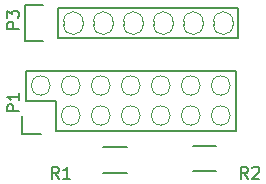
<source format=gto>
G04 #@! TF.FileFunction,Legend,Top*
%FSLAX46Y46*%
G04 Gerber Fmt 4.6, Leading zero omitted, Abs format (unit mm)*
G04 Created by KiCad (PCBNEW 4.0.6) date 03/19/18 13:01:29*
%MOMM*%
%LPD*%
G01*
G04 APERTURE LIST*
%ADD10C,0.100000*%
%ADD11C,0.150000*%
G04 APERTURE END LIST*
D10*
D11*
X123799600Y-69291200D02*
X106019600Y-69291200D01*
X108559600Y-74371200D02*
X123799600Y-74371200D01*
X123799600Y-69291200D02*
X123799600Y-74371200D01*
X106019600Y-69291200D02*
X106019600Y-71831200D01*
X105739600Y-73101200D02*
X105739600Y-74651200D01*
X106019600Y-71831200D02*
X108559600Y-71831200D01*
X108559600Y-71831200D02*
X108559600Y-74371200D01*
X105739600Y-74651200D02*
X107289600Y-74651200D01*
X108762800Y-64008000D02*
X124002800Y-64008000D01*
X124002800Y-64008000D02*
X124002800Y-66548000D01*
X124002800Y-66548000D02*
X108762800Y-66548000D01*
X105942800Y-63728000D02*
X107492800Y-63728000D01*
X108762800Y-64008000D02*
X108762800Y-66548000D01*
X107492800Y-66828000D02*
X105942800Y-66828000D01*
X105942800Y-66828000D02*
X105942800Y-63728000D01*
X112588800Y-75785400D02*
X114588800Y-75785400D01*
X114588800Y-77935400D02*
X112588800Y-77935400D01*
X120158000Y-75683800D02*
X122158000Y-75683800D01*
X122158000Y-77833800D02*
X120158000Y-77833800D01*
D10*
X107289600Y-71374800D02*
X107289600Y-71374800D01*
X107289600Y-69747600D02*
X107289600Y-69747600D01*
X107289600Y-71374800D02*
G75*
G03X107289600Y-69747600I0J813600D01*
G01*
X107289600Y-69747600D02*
G75*
G03X107289600Y-71374800I0J-813600D01*
G01*
X109829600Y-73914800D02*
X109829600Y-73914800D01*
X109829600Y-72287600D02*
X109829600Y-72287600D01*
X109829600Y-73914800D02*
G75*
G03X109829600Y-72287600I0J813600D01*
G01*
X109829600Y-72287600D02*
G75*
G03X109829600Y-73914800I0J-813600D01*
G01*
X109829600Y-71374800D02*
X109829600Y-71374800D01*
X109829600Y-69747600D02*
X109829600Y-69747600D01*
X109829600Y-71374800D02*
G75*
G03X109829600Y-69747600I0J813600D01*
G01*
X109829600Y-69747600D02*
G75*
G03X109829600Y-71374800I0J-813600D01*
G01*
X112369600Y-73914800D02*
X112369600Y-73914800D01*
X112369600Y-72287600D02*
X112369600Y-72287600D01*
X112369600Y-73914800D02*
G75*
G03X112369600Y-72287600I0J813600D01*
G01*
X112369600Y-72287600D02*
G75*
G03X112369600Y-73914800I0J-813600D01*
G01*
X112369600Y-71374800D02*
X112369600Y-71374800D01*
X112369600Y-69747600D02*
X112369600Y-69747600D01*
X112369600Y-71374800D02*
G75*
G03X112369600Y-69747600I0J813600D01*
G01*
X112369600Y-69747600D02*
G75*
G03X112369600Y-71374800I0J-813600D01*
G01*
X114909600Y-73914800D02*
X114909600Y-73914800D01*
X114909600Y-72287600D02*
X114909600Y-72287600D01*
X114909600Y-73914800D02*
G75*
G03X114909600Y-72287600I0J813600D01*
G01*
X114909600Y-72287600D02*
G75*
G03X114909600Y-73914800I0J-813600D01*
G01*
X114909600Y-71374800D02*
X114909600Y-71374800D01*
X114909600Y-69747600D02*
X114909600Y-69747600D01*
X114909600Y-71374800D02*
G75*
G03X114909600Y-69747600I0J813600D01*
G01*
X114909600Y-69747600D02*
G75*
G03X114909600Y-71374800I0J-813600D01*
G01*
X117449600Y-73914800D02*
X117449600Y-73914800D01*
X117449600Y-72287600D02*
X117449600Y-72287600D01*
X117449600Y-73914800D02*
G75*
G03X117449600Y-72287600I0J813600D01*
G01*
X117449600Y-72287600D02*
G75*
G03X117449600Y-73914800I0J-813600D01*
G01*
X117449600Y-71374800D02*
X117449600Y-71374800D01*
X117449600Y-69747600D02*
X117449600Y-69747600D01*
X117449600Y-71374800D02*
G75*
G03X117449600Y-69747600I0J813600D01*
G01*
X117449600Y-69747600D02*
G75*
G03X117449600Y-71374800I0J-813600D01*
G01*
X119989600Y-73914800D02*
X119989600Y-73914800D01*
X119989600Y-72287600D02*
X119989600Y-72287600D01*
X119989600Y-73914800D02*
G75*
G03X119989600Y-72287600I0J813600D01*
G01*
X119989600Y-72287600D02*
G75*
G03X119989600Y-73914800I0J-813600D01*
G01*
X119989600Y-71374800D02*
X119989600Y-71374800D01*
X119989600Y-69747600D02*
X119989600Y-69747600D01*
X119989600Y-71374800D02*
G75*
G03X119989600Y-69747600I0J813600D01*
G01*
X119989600Y-69747600D02*
G75*
G03X119989600Y-71374800I0J-813600D01*
G01*
X122529600Y-73914800D02*
X122529600Y-73914800D01*
X122529600Y-72287600D02*
X122529600Y-72287600D01*
X122529600Y-73914800D02*
G75*
G03X122529600Y-72287600I0J813600D01*
G01*
X122529600Y-72287600D02*
G75*
G03X122529600Y-73914800I0J-813600D01*
G01*
X122529600Y-71374800D02*
X122529600Y-71374800D01*
X122529600Y-69747600D02*
X122529600Y-69747600D01*
X122529600Y-71374800D02*
G75*
G03X122529600Y-69747600I0J813600D01*
G01*
X122529600Y-69747600D02*
G75*
G03X122529600Y-71374800I0J-813600D01*
G01*
X110846400Y-65430400D02*
X110846400Y-65125600D01*
X109219200Y-65430400D02*
X109219200Y-65125600D01*
X110846400Y-65125600D02*
G75*
G03X109219200Y-65125600I-813600J0D01*
G01*
X109219200Y-65430400D02*
G75*
G03X110846400Y-65430400I813600J0D01*
G01*
X113386400Y-65430400D02*
X113386400Y-65125600D01*
X111759200Y-65430400D02*
X111759200Y-65125600D01*
X113386400Y-65125600D02*
G75*
G03X111759200Y-65125600I-813600J0D01*
G01*
X111759200Y-65430400D02*
G75*
G03X113386400Y-65430400I813600J0D01*
G01*
X115926400Y-65430400D02*
X115926400Y-65125600D01*
X114299200Y-65430400D02*
X114299200Y-65125600D01*
X115926400Y-65125600D02*
G75*
G03X114299200Y-65125600I-813600J0D01*
G01*
X114299200Y-65430400D02*
G75*
G03X115926400Y-65430400I813600J0D01*
G01*
X118466400Y-65430400D02*
X118466400Y-65125600D01*
X116839200Y-65430400D02*
X116839200Y-65125600D01*
X118466400Y-65125600D02*
G75*
G03X116839200Y-65125600I-813600J0D01*
G01*
X116839200Y-65430400D02*
G75*
G03X118466400Y-65430400I813600J0D01*
G01*
X121006400Y-65430400D02*
X121006400Y-65125600D01*
X119379200Y-65430400D02*
X119379200Y-65125600D01*
X121006400Y-65125600D02*
G75*
G03X119379200Y-65125600I-813600J0D01*
G01*
X119379200Y-65430400D02*
G75*
G03X121006400Y-65430400I813600J0D01*
G01*
X123546400Y-65430400D02*
X123546400Y-65125600D01*
X121919200Y-65430400D02*
X121919200Y-65125600D01*
X123546400Y-65125600D02*
G75*
G03X121919200Y-65125600I-813600J0D01*
G01*
X121919200Y-65430400D02*
G75*
G03X123546400Y-65430400I813600J0D01*
G01*
D11*
X105452381Y-72738095D02*
X104452381Y-72738095D01*
X104452381Y-72357142D01*
X104500000Y-72261904D01*
X104547619Y-72214285D01*
X104642857Y-72166666D01*
X104785714Y-72166666D01*
X104880952Y-72214285D01*
X104928571Y-72261904D01*
X104976190Y-72357142D01*
X104976190Y-72738095D01*
X105452381Y-71214285D02*
X105452381Y-71785714D01*
X105452381Y-71500000D02*
X104452381Y-71500000D01*
X104595238Y-71595238D01*
X104690476Y-71690476D01*
X104738095Y-71785714D01*
X105452381Y-65738095D02*
X104452381Y-65738095D01*
X104452381Y-65357142D01*
X104500000Y-65261904D01*
X104547619Y-65214285D01*
X104642857Y-65166666D01*
X104785714Y-65166666D01*
X104880952Y-65214285D01*
X104928571Y-65261904D01*
X104976190Y-65357142D01*
X104976190Y-65738095D01*
X104452381Y-64833333D02*
X104452381Y-64214285D01*
X104833333Y-64547619D01*
X104833333Y-64404761D01*
X104880952Y-64309523D01*
X104928571Y-64261904D01*
X105023810Y-64214285D01*
X105261905Y-64214285D01*
X105357143Y-64261904D01*
X105404762Y-64309523D01*
X105452381Y-64404761D01*
X105452381Y-64690476D01*
X105404762Y-64785714D01*
X105357143Y-64833333D01*
X108833334Y-78452381D02*
X108500000Y-77976190D01*
X108261905Y-78452381D02*
X108261905Y-77452381D01*
X108642858Y-77452381D01*
X108738096Y-77500000D01*
X108785715Y-77547619D01*
X108833334Y-77642857D01*
X108833334Y-77785714D01*
X108785715Y-77880952D01*
X108738096Y-77928571D01*
X108642858Y-77976190D01*
X108261905Y-77976190D01*
X109785715Y-78452381D02*
X109214286Y-78452381D01*
X109500000Y-78452381D02*
X109500000Y-77452381D01*
X109404762Y-77595238D01*
X109309524Y-77690476D01*
X109214286Y-77738095D01*
X124833334Y-78452381D02*
X124500000Y-77976190D01*
X124261905Y-78452381D02*
X124261905Y-77452381D01*
X124642858Y-77452381D01*
X124738096Y-77500000D01*
X124785715Y-77547619D01*
X124833334Y-77642857D01*
X124833334Y-77785714D01*
X124785715Y-77880952D01*
X124738096Y-77928571D01*
X124642858Y-77976190D01*
X124261905Y-77976190D01*
X125214286Y-77547619D02*
X125261905Y-77500000D01*
X125357143Y-77452381D01*
X125595239Y-77452381D01*
X125690477Y-77500000D01*
X125738096Y-77547619D01*
X125785715Y-77642857D01*
X125785715Y-77738095D01*
X125738096Y-77880952D01*
X125166667Y-78452381D01*
X125785715Y-78452381D01*
M02*

</source>
